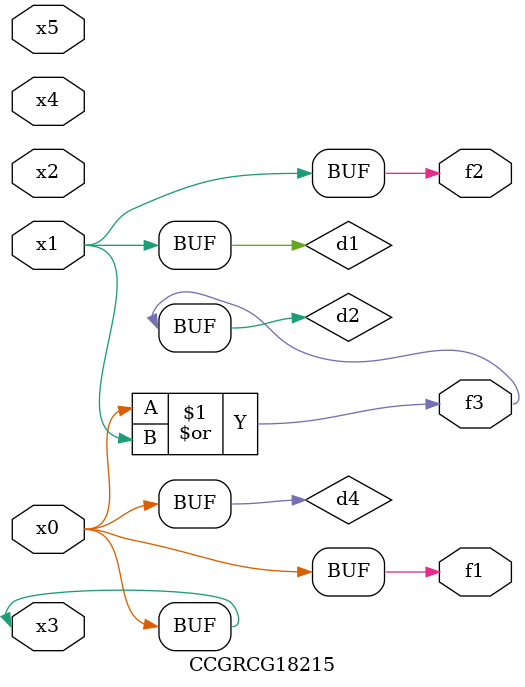
<source format=v>
module CCGRCG18215(
	input x0, x1, x2, x3, x4, x5,
	output f1, f2, f3
);

	wire d1, d2, d3, d4;

	and (d1, x1);
	or (d2, x0, x1);
	nand (d3, x0, x5);
	buf (d4, x0, x3);
	assign f1 = d4;
	assign f2 = d1;
	assign f3 = d2;
endmodule

</source>
